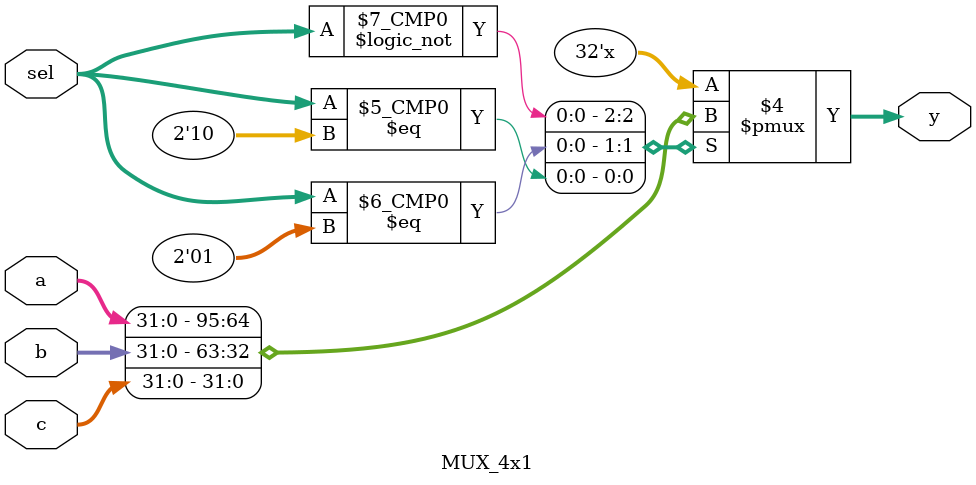
<source format=sv>
`timescale 1ns / 1ps

module datapath (
    input  logic [31:0] Instr_rdata,
    input  logic        clk,
    input  logic        reset,
    input  logic [ 3:0] alu_control_en,
    input  logic        imm_en,
    input  logic [ 2:0] B_type_data,
    input  logic        register_write_en,
    output logic [31:0] Instr_Addr,
    output logic [31:0] alu_result,
    output logic [31:0] mem_wdata,
    input  logic [31:0] mem_rdata,
    input  logic [ 1:0] rd_mux_en
);

    logic [31:0]
        regster_data1,
        regster_data2,
        pc_out,
        pc_in,
        pc_plus4,
        imm_addr,
        mux_rd_data,
        mux_regster_data2,
        branch_target,
        mux_brach_pc_in,
        lui_result;

    logic branch_en;

    assign Instr_Addr = pc_out;
    assign mem_wdata  = regster_data2;
    assign lui_result = imm_addr;

    // PC + 4
    adder U_ADD (
        .a(pc_out),
        .b(32'd4),
        .y(pc_plus4)
    );

    assign branch_target = pc_out + imm_addr;

    MUX_2x1 U_PC_IMM_MUX (
        .a (branch_target),  // branch taken
        .b (pc_plus4),       // normal
        .en(branch_en),
        .y (pc_in)
    );

    program_counter U_PC (
        .clk  (clk),
        .reset(reset),
        .q_in (pc_in),
        .pc   (pc_out)
    );

    regfile U_REGFILE (
        .clk(clk),
        .RA1(Instr_rdata[19:15]),
        .RA2(Instr_rdata[24:20]),
        .WA (Instr_rdata[11:7]),
        .WD (mux_rd_data),
        .WE (register_write_en),
        .RD1(regster_data1),
        .RD2(regster_data2)
    );

    imm_extend U_IMM_EXTEND (
        .instr_opcode(Instr_rdata),
        .imm_addr    (imm_addr)
    );

    MUX_2x1 U_IMM_MUX (
        .a (imm_addr),
        .b (regster_data2),
        .en(imm_en),
        .y (mux_regster_data2)
    );

    ALU U_ALU (
        .RS1           (regster_data1),
        .RS2           (mux_regster_data2),
        .alu_control_en(alu_control_en),
        .B_type_data   (B_type_data),
        .alu_result    (alu_result),
        .branch_en     (branch_en)
    );

    MUX_4x1 U_RD_MUX_4 (
        .a  (alu_result),
        .b  (mem_rdata),
        .c  (lui_result),
        .sel(rd_mux_en),
        .y  (mux_rd_data)
    );

endmodule

module program_counter (
    input  logic        clk,
    input  logic        reset,
    input  logic [31:0] q_in,
    output logic [31:0] pc
);

    always @(posedge clk, posedge reset) begin
        if (reset) begin
            pc <= 32'd0;
        end else begin
            pc <= q_in;
        end
    end

endmodule

module regfile (
    input  logic        clk,
    input  logic [ 4:0] RA1,
    input  logic [ 4:0] RA2,
    input  logic [ 4:0] WA,
    input  logic [31:0] WD,
    input  logic        WE,
    output logic [31:0] RD1,
    output logic [31:0] RD2
);

    logic [31:0] reg_file[0:31];
    integer j;

    initial begin
        for (j = 0; j < 32; j++) begin
            reg_file[j] = j;
        end
    end

    always_ff @(posedge clk) begin
        if (WE && WA != 0) begin
            reg_file[WA] <= WD;
        end
    end

    assign RD1 = (RA1 == 0) ? 32'b0 : reg_file[RA1];
    assign RD2 = (RA2 == 0) ? 32'b0 : reg_file[RA2];

endmodule

module ALU (
    input  logic [31:0] RS1,
    input  logic [31:0] RS2,
    input  logic [ 3:0] alu_control_en,
    input  logic [ 2:0] B_type_data,
    output logic [31:0] alu_result,
    output logic        branch_en
);

    always @(*) begin
        alu_result = 32'd0;
        case (alu_control_en)
            4'b0000: begin  //add
                alu_result = RS1 + RS2;
            end
            4'b0001: begin  //sll
                alu_result = RS1 << RS2[4:0];
            end
            4'b0010: begin  //
                alu_result = ($signed(RS1) < $signed(RS2)) ? 1 : 0;
            end
            4'b0011: begin
                alu_result = ($unsigned(RS1) < $unsigned(RS2)) ? 1 : 0;
            end
            4'b0100: begin
                alu_result = RS1 ^ RS2;
            end
            4'b0101: begin
                alu_result = RS1 >> RS2[4:0];
            end
            4'b0110: begin
                alu_result = RS1 | RS2;
            end
            4'b0111: begin
                alu_result = RS1 & RS2;
            end
            4'b1000: begin
                alu_result = RS1 - RS2;
            end
            4'b1101: begin
                alu_result = $signed(RS1) >>> (RS2[4:0]);
            end
        endcase
    end

    always @(*) begin
        case (B_type_data)
            3'b000: branch_en = (RS1 == RS2) ? 1'b1 : 1'b0;
            3'b001: branch_en = (RS1 != RS2) ? 1'b1 : 1'b0;
            3'b100: branch_en = ($signed(RS1) < $signed(RS2)) ? 1'b1 : 1'b0;
            3'b101: branch_en = ($signed(RS1) >= $signed(RS2)) ? 1'b1 : 1'b0;
            3'b110: branch_en = ($unsigned(RS1) < $unsigned(RS2)) ? 1'b1 : 1'b0;
            3'b111:
            branch_en = ($unsigned(RS1) >= $unsigned(RS2)) ? 1'b1 : 1'b0;
            default: branch_en = 1'b0;
        endcase
    end
endmodule

module imm_extend (
    input  logic [31:0] instr_opcode,
    output logic [31:0] imm_addr
);

    logic [2:0] funt_3;
    assign funt_3 = instr_opcode[14:12];

    always_comb begin
        imm_addr = 32'b0;
        if (instr_opcode[6:0] == 7'b0010011) begin
            case (funt_3)
                3'b001, 3'b101:  // SLLI, SRLI, SRAI
                imm_addr = {27'b0, instr_opcode[24:20]};
                3'b011: imm_addr = {20'b0, instr_opcode[31:20]};
                default:
                imm_addr = {{20{instr_opcode[31]}}, instr_opcode[31:20]};
            endcase
        end
        if (instr_opcode[6:0] == 7'b0100011) begin
            imm_addr = {
                {20{instr_opcode[31]}}, instr_opcode[31:25], instr_opcode[11:7]
            };
        end
        if (instr_opcode[6:0] == 7'b0000011) begin
            imm_addr = {{20{instr_opcode[31]}}, instr_opcode[31:20]};
        end
        if (instr_opcode[6:0] == 7'b1100011) begin
            imm_addr = {
                {19{instr_opcode[31]}},
                instr_opcode[31],
                instr_opcode[7],
                instr_opcode[30:25],
                instr_opcode[11:8],
                1'b0
            };
        end
        if (instr_opcode[6:0] == 7'b0110111) begin
            imm_addr = {instr_opcode[31:12], 12'b0};
        end

    end

endmodule


module adder (
    input  logic [31:0] a,
    input  logic [31:0] b,
    output logic [31:0] y
);

    assign y = a + b;

endmodule


module MUX_2x1 (
    input logic [31:0] a,
    input logic [31:0] b,
    input logic en,
    output logic [31:0] y
);

    assign y = en ? a : b;

endmodule

module MUX_4x1 (
    input  logic [31:0] a,
    input  logic [31:0] b,
    input  logic [31:0] c,
    input  logic [ 1:0] sel,
    output logic [31:0] y
);

    always_comb begin
        case (sel)
            2'b00:   y = a;
            2'b01:   y = b;
            2'b10:   y = c;
            default: y = 32'bx;
        endcase
    end

endmodule

</source>
